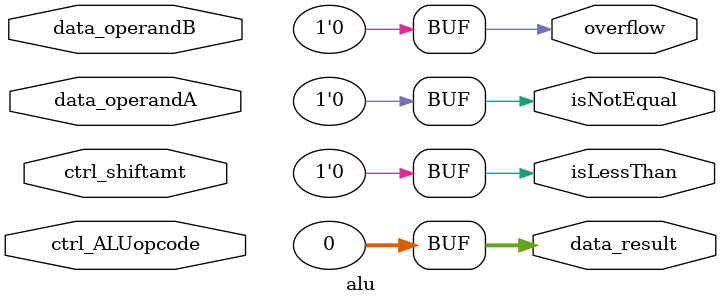
<source format=v>
module alu(data_operandA, data_operandB, ctrl_ALUopcode, ctrl_shiftamt, data_result, isNotEqual, isLessThan, overflow);

   input [31:0] data_operandA, data_operandB;
   input [4:0] ctrl_ALUopcode, ctrl_shiftamt;

   output [31:0] data_result;
   output isNotEqual, isLessThan, overflow;

   // YOUR CODE HERE //
   assign data_result = 32'h00000000;
   assign overflow = 1'b0;
   assign isNotEqual = 1'b0;
   assign isLessThan = 1'b0;
endmodule

</source>
